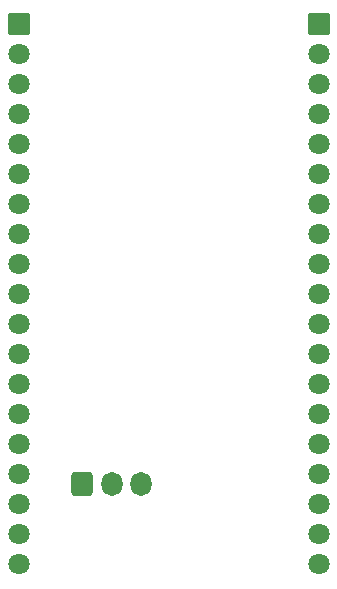
<source format=gbr>
%TF.GenerationSoftware,KiCad,Pcbnew,9.0.1+1*%
%TF.CreationDate,2025-05-03T16:11:17-04:00*%
%TF.ProjectId,lg_hvac_esp32,6c675f68-7661-4635-9f65-737033322e6b,rev?*%
%TF.SameCoordinates,Original*%
%TF.FileFunction,Soldermask,Bot*%
%TF.FilePolarity,Negative*%
%FSLAX46Y46*%
G04 Gerber Fmt 4.6, Leading zero omitted, Abs format (unit mm)*
G04 Created by KiCad (PCBNEW 9.0.1+1) date 2025-05-03 16:11:17*
%MOMM*%
%LPD*%
G01*
G04 APERTURE LIST*
G04 Aperture macros list*
%AMRoundRect*
0 Rectangle with rounded corners*
0 $1 Rounding radius*
0 $2 $3 $4 $5 $6 $7 $8 $9 X,Y pos of 4 corners*
0 Add a 4 corners polygon primitive as box body*
4,1,4,$2,$3,$4,$5,$6,$7,$8,$9,$2,$3,0*
0 Add four circle primitives for the rounded corners*
1,1,$1+$1,$2,$3*
1,1,$1+$1,$4,$5*
1,1,$1+$1,$6,$7*
1,1,$1+$1,$8,$9*
0 Add four rect primitives between the rounded corners*
20,1,$1+$1,$2,$3,$4,$5,0*
20,1,$1+$1,$4,$5,$6,$7,0*
20,1,$1+$1,$6,$7,$8,$9,0*
20,1,$1+$1,$8,$9,$2,$3,0*%
G04 Aperture macros list end*
%ADD10O,1.800000X2.050000*%
%ADD11RoundRect,0.264706X-0.635294X-0.760294X0.635294X-0.760294X0.635294X0.760294X-0.635294X0.760294X0*%
%ADD12RoundRect,0.050000X-0.850000X-0.850000X0.850000X-0.850000X0.850000X0.850000X-0.850000X0.850000X0*%
%ADD13C,1.800000*%
G04 APERTURE END LIST*
D10*
%TO.C,J1*%
X47204000Y-73660000D03*
X44704000Y-73660000D03*
D11*
X42204000Y-73660000D03*
%TD*%
D12*
%TO.C,J2*%
X36826320Y-34703840D03*
D13*
X36826320Y-37243840D03*
X36826320Y-39783840D03*
X36826320Y-42323840D03*
X36826320Y-44863840D03*
X36826320Y-47403840D03*
X36826320Y-49943840D03*
X36826320Y-52483840D03*
X36826320Y-55023840D03*
X36826320Y-57563840D03*
X36826320Y-60103840D03*
X36826320Y-62643840D03*
X36826320Y-65183840D03*
X36826320Y-67723840D03*
X36826320Y-70263840D03*
X36826320Y-72803840D03*
X36826320Y-75343840D03*
X36826320Y-77883840D03*
X36826320Y-80423840D03*
%TD*%
D12*
%TO.C,J3*%
X62230000Y-34703840D03*
D13*
X62230000Y-37243840D03*
X62230000Y-39783840D03*
X62230000Y-42323840D03*
X62230000Y-44863840D03*
X62230000Y-47403840D03*
X62230000Y-49943840D03*
X62230000Y-52483840D03*
X62230000Y-55023840D03*
X62230000Y-57563840D03*
X62230000Y-60103840D03*
X62230000Y-62643840D03*
X62230000Y-65183840D03*
X62230000Y-67723840D03*
X62230000Y-70263840D03*
X62230000Y-72803840D03*
X62230000Y-75343840D03*
X62230000Y-77883840D03*
X62230000Y-80423840D03*
%TD*%
M02*

</source>
